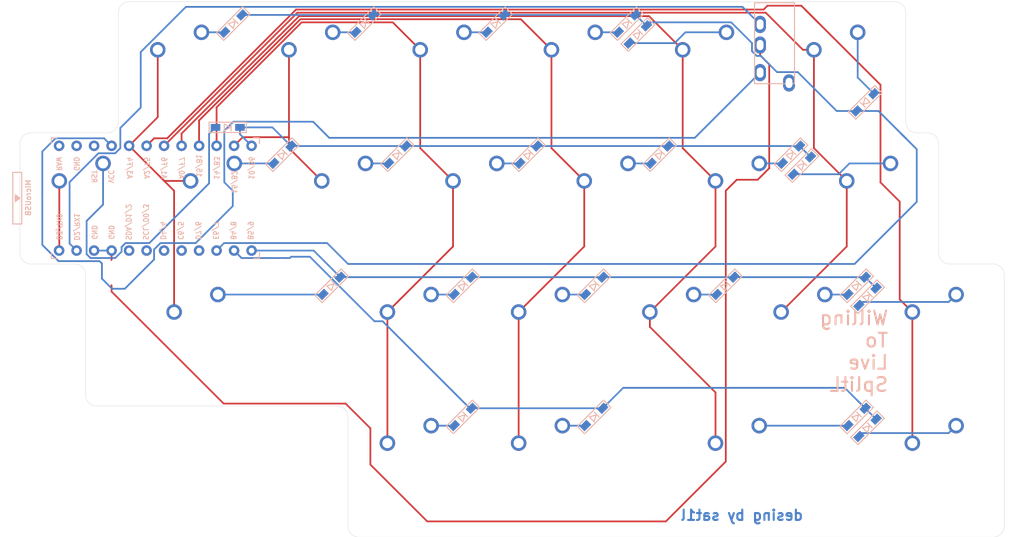
<source format=kicad_pcb>
(kicad_pcb (version 20211014) (generator pcbnew)
  (layers (0 "F.Cu" signal) (31 "B.Cu" signal) (34 "B.Paste" user) (35 "F.Paste" user) (36 "B.SilkS" user "B.Silkscreen") (37 "F.SilkS" user "F.Silkscreen") (38 "B.Mask" user) (39 "F.Mask" user) (44 "Edge.Cuts" user))
  (net 0 "")
  (net 1 "Net-(D1-Pad2)")
  (net 2 "row1")
  (net 3 "Net-(D2-Pad2)")
  (net 4 "Net-(D3-Pad2)")
  (net 5 "Net-(D4-Pad2)")
  (net 6 "Net-(D5-Pad2)")
  (net 7 "Net-(D6-Pad2)")
  (net 8 "Net-(D7-Pad2)")
  (net 9 "row2")
  (net 10 "Net-(D8-Pad2)")
  (net 11 "Net-(D9-Pad2)")
  (net 12 "Net-(D10-Pad2)")
  (net 13 "Net-(D11-Pad2)")
  (net 14 "Net-(D12-Pad2)")
  (net 15 "Net-(D13-Pad2)")
  (net 16 "Net-(D14-Pad2)")
  (net 17 "row3")
  (net 18 "Net-(D15-Pad2)")
  (net 19 "Net-(D16-Pad2)")
  (net 20 "Net-(D17-Pad2)")
  (net 21 "Net-(D18-Pad2)")
  (net 22 "Net-(D19-Pad2)")
  (net 23 "Net-(D20-Pad2)")
  (net 24 "row4")
  (net 25 "Net-(D21-Pad2)")
  (net 26 "Net-(D22-Pad2)")
  (net 27 "Net-(D23-Pad2)")
  (net 29 "+5V")
  (net 30 "data_r")
  (net 31 "col2")
  (net 32 "col3")
  (net 33 "col4")
  (net 34 "col5")
  (net 35 "col6")
  (net 36 "col7")
  (net 37 "col1")
  (net 38 "col8")
  (net 47 "GND")
  (footprint "MX_Only:MXOnly-1U-NoLED" (layer "F.Cu") (at 97.63125 32.54375)
    (fp_text reference "MX1")
    (fp_text value "MX-NoLED")
  )
  (footprint "MX_Only:MXOnly-1U-NoLED" (layer "F.Cu") (at 116.68125 32.54375)
    (fp_text reference "MX2")
    (fp_text value "MX-NoLED")
  )
  (footprint "MX_Only:MXOnly-1U-NoLED" (layer "F.Cu") (at 135.73125 32.54375)
    (fp_text reference "MX3")
    (fp_text value "MX-NoLED")
  )
  (footprint "MX_Only:MXOnly-1U-NoLED" (layer "F.Cu") (at 154.78125 32.54375)
    (fp_text reference "MX4")
    (fp_text value "MX-NoLED")
  )
  (footprint "MX_Only:MXOnly-1U-NoLED" (layer "F.Cu") (at 173.83125 32.54375)
    (fp_text reference "MX5")
    (fp_text value "MX-NoLED")
  )
  (footprint "MX_Only:MXOnly-1U-NoLED" (layer "F.Cu") (at 192.88125 32.54375)
    (fp_text reference "MX6")
    (fp_text value "MX-NoLED")
  )
  (footprint "MX_Only:MXOnly-1U-NoLED" (layer "F.Cu") (at 83.34375 51.59375)
    (fp_text reference "MX7")
    (fp_text value "MX-NoLED")
  )
  (footprint "MX_Only:MXOnly-1U-NoLED" (layer "F.Cu") (at 102.39375 51.59375)
    (fp_text reference "MX8")
    (fp_text value "MX-NoLED")
  )
  (footprint "MX_Only:MXOnly-1U-NoLED" (layer "F.Cu") (at 121.44375 51.59375)
    (fp_text reference "MX9")
    (fp_text value "MX-NoLED")
  )
  (footprint "MX_Only:MXOnly-1U-NoLED" (layer "F.Cu") (at 140.49375 51.59375)
    (fp_text reference "MX10")
    (fp_text value "MX-NoLED")
  )
  (footprint "MX_Only:MXOnly-1U-NoLED" (layer "F.Cu") (at 159.54375 51.59375)
    (fp_text reference "MX11")
    (fp_text value "MX-NoLED")
  )
  (footprint "MX_Only:MXOnly-1U-NoLED" (layer "F.Cu") (at 178.59375 51.59375)
    (fp_text reference "MX12")
    (fp_text value "MX-NoLED")
  )
  (footprint "MX_Only:MXOnly-1U-NoLED" (layer "F.Cu") (at 197.64375 51.59375)
    (fp_text reference "MX13")
    (fp_text value "MX-NoLED")
  )
  (footprint "MX_Only:MXOnly-2.25U-ReversedStabilizers-NoLED" (layer "F.Cu") (at 100.0125 70.64375)
    (fp_text reference "MX14")
    (fp_text value "MX-NoLED")
  )
  (footprint "MX_Only:MXOnly-1U-NoLED" (layer "F.Cu") (at 130.96875 70.64375)
    (fp_text reference "MX15")
    (fp_text value "MX-NoLED")
  )
  (footprint "MX_Only:MXOnly-1U-NoLED" (layer "F.Cu") (at 150.01875 70.64375)
    (fp_text reference "MX16")
    (fp_text value "MX-NoLED")
  )
  (footprint "MX_Only:MXOnly-1U-NoLED" (layer "F.Cu") (at 169.06875 70.64375)
    (fp_text reference "MX17")
    (fp_text value "MX-NoLED")
  )
  (footprint "MX_Only:MXOnly-1U-NoLED" (layer "F.Cu") (at 188.11875 70.64375)
    (fp_text reference "MX18")
    (fp_text value "MX-NoLED")
  )
  (footprint "MX_Only:MXOnly-1U-NoLED" (layer "F.Cu") (at 207.16875 70.64375)
    (fp_text reference "MX19")
    (fp_text value "MX-NoLED")
  )
  (footprint "MX_Only:MXOnly-1U-NoLED" (layer "F.Cu") (at 150.01875 89.69375)
    (fp_text reference "MX21")
    (fp_text value "MX-NoLED")
  )
  (footprint "MX_Only:MXOnly-2U-ReversedStabilizers-NoLED" (layer "F.Cu") (at 178.59375 89.69375)
    (fp_text reference "MX22")
    (fp_text value "MX-NoLED")
  )
  (footprint "MX_Only:MXOnly-1U-NoLED" (layer "F.Cu") (at 207.16875 89.69375)
    (fp_text reference "MX23")
    (fp_text value "MX-NoLED")
  )
  (footprint "MX_Only:MXOnly-1U-NoLED" (layer "F.Cu") (at 130.96875 89.69375)
    (fp_text reference "MX20")
    (fp_text value "MX-NoLED")
  )
  (footprint "kicadPepe:ToolingHole" (layer "F.Cu") (at 75.40625 43.65625)
    (fp_text reference "REF**")
    (fp_text value "ToolingHole")
  )
  (footprint "kicadPepe:ToolingHole" (layer "F.Cu") (at 215.10625 99.21875)
    (fp_text reference "REF**")
    (fp_text value "ToolingHole")
  )
  (footprint "kicadPepe:ToolingHole" (layer "F.Cu") (at 200.81875 29.36875)
    (fp_text reference "REF**")
    (fp_text value "ToolingHole")
  )
  (footprint "kbd:D3_SMD_v2" (layer "B.Cu") (at 104.775 26.19375 -135)
    (fp_text reference "D1" hide)
    (fp_text value "D_Small" hide)
  )
  (footprint "kbd:D3_SMD_v2" (layer "B.Cu") (at 123.825 26.19375 -135)
    (fp_text reference "D2" hide)
    (fp_text value "D_Small" hide)
  )
  (footprint "kbd:D3_SMD_v2" (layer "B.Cu") (at 161.925 26.19375 -135)
    (fp_text reference "D4" hide)
    (fp_text value "D_Small" hide)
  )
  (footprint "kbd:D3_SMD_v2" (layer "B.Cu") (at 163.5125 27.78125 -135)
    (fp_text reference "D5" hide)
    (fp_text value "D_Small" hide)
  )
  (footprint "kbd:D3_SMD_v2" (layer "B.Cu") (at 196.517615 37.638635 45)
    (fp_text reference "D6" hide)
    (fp_text value "D_Small" hide)
  )
  (footprint "kbd:D3_SMD_v2" (layer "B.Cu") (at 103.98125 41.275 180)
    (fp_text reference "D7" hide)
    (fp_text value "D_Small" hide)
  )
  (footprint "kbd:D3_SMD_v2" (layer "B.Cu") (at 111.91875 45.24375 -135)
    (fp_text reference "D8" hide)
    (fp_text value "D_Small" hide)
  )
  (footprint "kbd:D3_SMD_v2" (layer "B.Cu") (at 128.5875 45.24375 -135)
    (fp_text reference "D9" hide)
    (fp_text value "D_Small" hide)
  )
  (footprint "kbd:D3_SMD_v2" (layer "B.Cu") (at 147.6375 45.24375 -135)
    (fp_text reference "D10" hide)
    (fp_text value "D_Small" hide)
  )
  (footprint "kbd:D3_SMD_v2" (layer "B.Cu") (at 166.6875 45.24375 -135)
    (fp_text reference "D11" hide)
    (fp_text value "D_Small" hide)
  )
  (footprint "kbd:D3_SMD_v2" (layer "B.Cu") (at 185.7375 45.24375 -135)
    (fp_text reference "D12" hide)
    (fp_text value "D_Small" hide)
  )
  (footprint "kbd:D3_SMD_v2" (layer "B.Cu") (at 119.0625 64.29375 -135)
    (fp_text reference "D14" hide)
    (fp_text value "D_Small" hide)
  )
  (footprint "kbd:D3_SMD_v2" (layer "B.Cu") (at 138.1125 64.29375 -135)
    (fp_text reference "D15" hide)
    (fp_text value "D_Small" hide)
  )
  (footprint "kbd:D3_SMD_v2" (layer "B.Cu") (at 157.1625 64.29375 -135)
    (fp_text reference "D16" hide)
    (fp_text value "D_Small" hide)
  )
  (footprint "kbd:D3_SMD_v2" (layer "B.Cu") (at 176.2125 64.29375 -135)
    (fp_text reference "D17" hide)
    (fp_text value "D_Small" hide)
  )
  (footprint "kbd:D3_SMD_v2" (layer "B.Cu") (at 195.2625 64.29375 -135)
    (fp_text reference "D18" hide)
    (fp_text value "D_Small" hide)
  )
  (footprint "kbd:D3_SMD_v2" (layer "B.Cu") (at 196.85 65.88125 -135)
    (fp_text reference "D19" hide)
    (fp_text value "D_Small" hide)
  )
  (footprint "kbd:D3_SMD_v2" (layer "B.Cu") (at 138.1125 83.34375 -135)
    (fp_text reference "D20" hide)
    (fp_text value "D_Small" hide)
  )
  (footprint "kbd:D3_SMD_v2" (layer "B.Cu") (at 157.1625 83.34375 -135)
    (fp_text reference "D21" hide)
    (fp_text value "D_Small" hide)
  )
  (footprint "kbd:D3_SMD_v2" (layer "B.Cu") (at 195.2625 83.34375 -135)
    (fp_text reference "D22" hide)
    (fp_text value "D_Small" hide)
  )
  (footprint "kbd:D3_SMD_v2" (layer "B.Cu") (at 196.85 84.93125 -135)
    (fp_text reference "D23" hide)
    (fp_text value "D_Small" hide)
  )
  (footprint "kbd:ProMicro_v3" (layer "B.Cu") (at 93.98 51.562 -90)
    (fp_text reference "U1" hide)
    (fp_text value "ProMicro" hide)
  )
  (footprint "kbd:MJ-4PP-9_1side" (layer "B.Cu") (at 183.35625 23.01875 180)
    (fp_text reference "J1" hide)
    (fp_text value "MJ-4PP-9" hide)
  )
  (footprint "kbd:D3_SMD_v2" (layer "B.Cu") (at 142.875 26.19375 -135)
    (fp_text reference "D3" hide)
    (fp_text value "D_Small" hide)
  )
  (footprint "kbd:D3_SMD_v2" (layer "B.Cu") (at 187.325 46.83125 -135)
    (fp_text reference "D13" hide)
    (fp_text value "D_Small" hide)
  )
  (gr_line (start 200.81875 23.01875) (end 89.69375 23.01875) (layer "Edge.Cuts") (width 0.05))
  (gr_line (start 202.40625 24.60625) (end 202.40625 40.48125) (layer "Edge.Cuts") (width 0.05))
  (gr_line (start 88.10625 24.60625) (end 88.10625 40.48125) (layer "Edge.Cuts") (width 0.05))
  (gr_line (start 86.51875 42.06875) (end 75.40625 42.06875) (layer "Edge.Cuts") (width 0.05))
  (gr_line (start 73.81875 43.65625) (end 73.81875 59.53125) (layer "Edge.Cuts") (width 0.05))
  (gr_line (start 75.40625 61.11875) (end 81.75625 61.11875) (layer "Edge.Cuts") (width 0.05))
  (gr_line (start 83.34375 62.70625) (end 83.34375 78.58125) (layer "Edge.Cuts") (width 0.05))
  (gr_line (start 83.34375 78.58125) (end 83.34375 80.16875) (layer "Edge.Cuts") (width 0.05))
  (gr_line (start 84.93125 81.75625) (end 119.85625 81.75625) (layer "Edge.Cuts") (width 0.05))
  (gr_line (start 121.44375 83.34375) (end 121.44375 97.63125) (layer "Edge.Cuts") (width 0.05))
  (gr_line (start 123.03125 100.80625) (end 215.10625 100.80625) (layer "Edge.Cuts") (width 0.05))
  (gr_line (start 216.69375 99.21875) (end 216.69375 62.70625) (layer "Edge.Cuts") (width 0.05))
  (gr_line (start 121.44375 97.63125) (end 121.44375 99.21875) (layer "Edge.Cuts") (width 0.05))
  (gr_line (start 208.75625 61.11875) (end 215.10625 61.11875) (layer "Edge.Cuts") (width 0.05))
  (gr_line (start 207.16875 59.53125) (end 207.16875 43.65625) (layer "Edge.Cuts") (width 0.05))
  (gr_line (start 205.58125 42.06875) (end 203.99375 42.06875) (layer "Edge.Cuts") (width 0.05))
  (gr_arc (start 84.93125 81.75625) (mid 83.808718 81.291282) (end 83.34375 80.16875) (layer "Edge.Cuts") (width 0.05))
  (gr_arc (start 215.10625 61.11875) (mid 216.228782 61.583718) (end 216.69375 62.70625) (layer "Edge.Cuts") (width 0.05))
  (gr_arc (start 88.10625 24.60625) (mid 88.571218 23.483718) (end 89.69375 23.01875) (layer "Edge.Cuts") (width 0.05))
  (gr_arc (start 208.75625 61.11875) (mid 207.633718 60.653782) (end 207.16875 59.53125) (layer "Edge.Cuts") (width 0.05))
  (gr_arc (start 203.99375 42.06875) (mid 202.871218 41.603782) (end 202.40625 40.48125) (layer "Edge.Cuts") (width 0.05))
  (gr_arc (start 81.75625 61.11875) (mid 82.878782 61.583718) (end 83.34375 62.70625) (layer "Edge.Cuts") (width 0.05))
  (gr_arc (start 216.69375 99.21875) (mid 216.228782 100.341282) (end 215.10625 100.80625) (layer "Edge.Cuts") (width 0.05))
  (gr_arc (start 73.81875 43.65625) (mid 74.283718 42.533718) (end 75.40625 42.06875) (layer "Edge.Cuts") (width 0.05))
  (gr_arc (start 200.81875 23.01875) (mid 201.941282 23.483718) (end 202.40625 24.60625) (layer "Edge.Cuts") (width 0.05))
  (gr_arc (start 119.85625 81.75625) (mid 120.978782 82.221218) (end 121.44375 83.34375) (layer "Edge.Cuts") (width 0.05))
  (gr_arc (start 205.58125 42.06875) (mid 206.703782 42.533718) (end 207.16875 43.65625) (layer "Edge.Cuts") (width 0.05))
  (gr_arc (start 88.10625 40.48125) (mid 87.641282 41.603782) (end 86.51875 42.06875) (layer "Edge.Cuts") (width 0.05))
  (gr_arc (start 75.40625 61.11875) (mid 74.283718 60.653782) (end 73.81875 59.53125) (layer "Edge.Cuts") (width 0.05))
  (gr_arc (start 123.03125 100.80625) (mid 121.908718 100.341282) (end 121.44375 99.21875) (layer "Edge.Cuts") (width 0.05))
  (gr_text "desing by sat1l" (at 178.59375 97.63125) (layer "B.Cu") (effects (font (size 1.5 1.5) (thickness 0.3)) (justify mirror)))
  (gr_text "Willing\nTo\nLive\nSplitL" (at 200.025 73.81875) (layer "B.SilkS") (effects (font (size 2 2) (thickness 0.3)) (justify left mirror)))
  (segment (start 100.17125 27.46375) (end 103.505 27.46375) (width 0.25) (layer "B.Cu") (net 1))
  (segment (start 103.505 27.46375) (end 103.519885 27.448865) (width 0.25) (layer "B.Cu") (net 1))
  (segment (start 186.725238 33.24374) (end 192.375248 38.89375) (width 0.25) (layer "B.Cu") (net 2))
  (segment (start 121.44375 61.11875) (end 194.974752 61.11875) (width 0.25) (layer "B.Cu") (net 2))
  (segment (start 192.375248 38.89375) (end 195.2625 38.89375) (width 0.25) (layer "B.Cu") (net 2))
  (segment (start 202.40625 42.8625) (end 201.719751 42.176001) (width 0.25) (layer "B.Cu") (net 2))
  (segment (start 181.362258 30.89376) (end 183.712238 33.24374) (width 0.25) (layer "B.Cu") (net 2))
  (segment (start 203.99375 44.45) (end 198.4375 38.89375) (width 0.25) (layer "B.Cu") (net 2))
  (segment (start 183.712238 33.24374) (end 186.725238 33.24374) (width 0.25) (layer "B.Cu") (net 2))
  (segment (start 163.180115 24.938635) (end 164.767615 26.526135) (width 0.25) (layer "B.Cu") (net 2))
  (segment (start 164.767615 26.526135) (end 165.280001 26.013749) (width 0.25) (layer "B.Cu") (net 2))
  (segment (start 180.08124 29.027738) (end 180.08124 30.205455) (width 0.25) (layer "B.Cu") (net 2))
  (segment (start 194.974752 61.11875) (end 203.99375 52.099752) (width 0.25) (layer "B.Cu") (net 2))
  (segment (start 118.411399 58.086399) (end 121.44375 61.11875) (width 0.25) (layer "B.Cu") (net 2))
  (segment (start 180.08124 30.205455) (end 180.769545 30.89376) (width 0.25) (layer "B.Cu") (net 2))
  (segment (start 180.769545 30.89376) (end 181.362258 30.89376) (width 0.25) (layer "B.Cu") (net 2))
  (segment (start 165.280001 26.013749) (end 177.067251 26.013749) (width 0.25) (layer "B.Cu") (net 2))
  (segment (start 103.449001 58.086399) (end 118.411399 58.086399) (width 0.25) (layer "B.Cu") (net 2))
  (segment (start 102.362 59.1734) (end 103.449001 58.086399) (width 0.25) (layer "B.Cu") (net 2))
  (segment (start 195.2625 38.89375) (end 198.4375 38.89375) (width 0.25) (layer "B.Cu") (net 2))
  (segment (start 163.180115 24.938635) (end 106.030115 24.938635) (width 0.25) (layer "B.Cu") (net 2))
  (segment (start 203.99375 52.099752) (end 203.99375 44.45) (width 0.25) (layer "B.Cu") (net 2))
  (segment (start 177.067251 26.013749) (end 180.08124 29.027738) (width 0.25) (layer "B.Cu") (net 2))
  (segment (start 119.22125 27.46375) (end 122.555 27.46375) (width 0.25) (layer "B.Cu") (net 3))
  (segment (start 122.555 27.46375) (end 122.569885 27.448865) (width 0.25) (layer "B.Cu") (net 3))
  (segment (start 138.27125 27.46375) (end 141.605 27.46375) (width 0.25) (layer "B.Cu") (net 4))
  (segment (start 141.605 27.46375) (end 141.619885 27.448865) (width 0.25) (layer "B.Cu") (net 4))
  (segment (start 157.32125 27.46375) (end 160.655 27.46375) (width 0.25) (layer "B.Cu") (net 5))
  (segment (start 160.655 27.46375) (end 160.669885 27.448865) (width 0.25) (layer "B.Cu") (net 5))
  (segment (start 168.842633 29.036365) (end 170.415248 27.46375) (width 0.25) (layer "B.Cu") (net 6))
  (segment (start 170.415248 27.46375) (end 176.37125 27.46375) (width 0.25) (layer "B.Cu") (net 6))
  (segment (start 162.257385 29.036365) (end 168.842633 29.036365) (width 0.25) (layer "B.Cu") (net 6))
  (segment (start 197.77273 36.38352) (end 195.42125 34.03204) (width 0.25) (layer "B.Cu") (net 7))
  (segment (start 195.42125 34.03204) (end 195.42125 27.46375) (width 0.25) (layer "B.Cu") (net 7))
  (segment (start 83.494999 59.695161) (end 84.060239 60.260401) (width 0.25) (layer "B.Cu") (net 8))
  (segment (start 89.140239 58.086399) (end 92.597103 58.086399) (width 0.25) (layer "B.Cu") (net 8))
  (segment (start 88.574999 59.329163) (end 88.574999 58.651639) (width 0.25) (layer "B.Cu") (net 8))
  (segment (start 85.88375 52.485724) (end 83.494999 54.874475) (width 0.25) (layer "B.Cu") (net 8))
  (segment (start 88.574999 58.651639) (end 89.140239 58.086399) (width 0.25) (layer "B.Cu") (net 8))
  (segment (start 83.494999 54.874475) (end 83.494999 59.695161) (width 0.25) (layer "B.Cu") (net 8))
  (segment (start 92.597103 58.086399) (end 101.274999 49.408503) (width 0.25) (layer "B.Cu") (net 8))
  (segment (start 84.060239 60.260401) (end 87.643761 60.260401) (width 0.25) (layer "B.Cu") (net 8))
  (segment (start 101.274999 49.408503) (end 101.274999 42.206251) (width 0.25) (layer "B.Cu") (net 8))
  (segment (start 87.643761 60.260401) (end 88.574999 59.329163) (width 0.25) (layer "B.Cu") (net 8))
  (segment (start 101.274999 42.206251) (end 102.20625 41.275) (width 0.25) (layer "B.Cu") (net 8))
  (segment (start 85.88375 46.51375) (end 85.88375 52.485724) (width 0.25) (layer "B.Cu") (net 8))
  (segment (start 110.46023 41.275) (end 113.173865 43.988635) (width 0.25) (layer "B.Cu") (net 9))
  (segment (start 186.992615 43.988635) (end 113.173865 43.988635) (width 0.25) (layer "B.Cu") (net 9))
  (segment (start 105.75625 41.275) (end 110.46023 41.275) (width 0.25) (layer "B.Cu") (net 9))
  (segment (start 107.442 43.9534) (end 105.75625 42.26765) (width 0.25) (layer "B.Cu") (net 9))
  (segment (start 105.75625 42.26765) (end 105.75625 41.275) (width 0.25) (layer "B.Cu") (net 9))
  (segment (start 186.992615 43.988635) (end 188.580115 45.576135) (width 0.25) (layer "B.Cu") (net 9))
  (segment (start 104.93375 46.51375) (end 110.64875 46.51375) (width 0.25) (layer "B.Cu") (net 10))
  (segment (start 110.64875 46.51375) (end 110.663635 46.498865) (width 0.25) (layer "B.Cu") (net 10))
  (segment (start 123.98375 46.51375) (end 127.3175 46.51375) (width 0.25) (layer "B.Cu") (net 11))
  (segment (start 127.3175 46.51375) (end 127.332385 46.498865) (width 0.25) (layer "B.Cu") (net 11))
  (segment (start 143.03375 46.51375) (end 146.3675 46.51375) (width 0.25) (layer "B.Cu") (net 12))
  (segment (start 146.3675 46.51375) (end 146.382385 46.498865) (width 0.25) (layer "B.Cu") (net 12))
  (segment (start 165.4175 46.51375) (end 165.432385 46.498865) (width 0.25) (layer "B.Cu") (net 13))
  (segment (start 162.08375 46.51375) (end 165.4175 46.51375) (width 0.25) (layer "B.Cu") (net 13))
  (segment (start 184.4675 46.51375) (end 184.482385 46.498865) (width 0.25) (layer "B.Cu") (net 14))
  (segment (start 181.13375 46.51375) (end 184.4675 46.51375) (width 0.25) (layer "B.Cu") (net 14))
  (segment (start 186.069885 48.086365) (end 192.655133 48.086365) (width 0.25) (layer "B.Cu") (net 15))
  (segment (start 194.227748 46.51375) (end 200.18375 46.51375) (width 0.25) (layer "B.Cu") (net 15))
  (segment (start 192.655133 48.086365) (end 194.227748 46.51375) (width 0.25) (layer "B.Cu") (net 15))
  (segment (start 117.7925 65.56375) (end 117.807385 65.548865) (width 0.25) (layer "B.Cu") (net 16))
  (segment (start 102.5525 65.56375) (end 117.7925 65.56375) (width 0.25) (layer "B.Cu") (net 16))
  (segment (start 196.517615 63.038635) (end 198.105115 64.626135) (width 0.25) (layer "B.Cu") (net 17))
  (segment (start 120.317615 63.038635) (end 119.566386 63.038635) (width 0.25) (layer "B.Cu") (net 17))
  (segment (start 120.317615 63.038635) (end 116.45238 59.1734) (width 0.25) (layer "B.Cu") (net 17))
  (segment (start 116.45238 59.1734) (end 107.442 59.1734) (width 0.25) (layer "B.Cu") (net 17))
  (segment (start 120.317615 63.038635) (end 196.517615 63.038635) (width 0.25) (layer "B.Cu") (net 17))
  (segment (start 133.50875 65.56375) (end 136.8425 65.56375) (width 0.25) (layer "B.Cu") (net 18))
  (segment (start 136.8425 65.56375) (end 136.857385 65.548865) (width 0.25) (layer "B.Cu") (net 18))
  (segment (start 155.8925 65.56375) (end 155.907385 65.548865) (width 0.25) (layer "B.Cu") (net 19))
  (segment (start 152.55875 65.56375) (end 155.8925 65.56375) (width 0.25) (layer "B.Cu") (net 19))
  (segment (start 171.60875 65.56375) (end 174.9425 65.56375) (width 0.25) (layer "B.Cu") (net 20))
  (segment (start 174.9425 65.56375) (end 174.957385 65.548865) (width 0.25) (layer "B.Cu") (net 20))
  (segment (start 190.65875 65.56375) (end 193.9925 65.56375) (width 0.25) (layer "B.Cu") (net 21))
  (segment (start 193.9925 65.56375) (end 194.007385 65.548865) (width 0.25) (layer "B.Cu") (net 21))
  (segment (start 208.631109 66.641391) (end 209.70875 65.56375) (width 0.25) (layer "B.Cu") (net 22))
  (segment (start 195.594885 67.136365) (end 196.089859 66.641391) (width 0.25) (layer "B.Cu") (net 22))
  (segment (start 196.089859 66.641391) (end 208.631109 66.641391) (width 0.25) (layer "B.Cu") (net 22))
  (segment (start 136.8425 84.61375) (end 136.857385 84.598865) (width 0.25) (layer "B.Cu") (net 23))
  (segment (start 133.50875 84.61375) (end 136.8425 84.61375) (width 0.25) (layer "B.Cu") (net 23))
  (segment (start 196.517615 82.088635) (end 198.105115 83.676135) (width 0.25) (layer "B.Cu") (net 24))
  (segment (start 125.273145 69.443749) (end 126.464751 69.443749) (width 0.25) (layer "B.Cu") (net 24))
  (segment (start 104.902 59.1734) (end 105.989001 60.260401) (width 0.25) (layer "B.Cu") (net 24))
  (segment (start 196.12074 81.69176) (end 196.517615 82.088635) (width 0.25) (layer "B.Cu") (net 24))
  (segment (start 158.417615 82.088635) (end 161.386401 79.119849) (width 0.25) (layer "B.Cu") (net 24))
  (segment (start 113.186927 60.069849) (end 115.899245 60.069849) (width 0.25) (layer "B.Cu") (net 24))
  (segment (start 139.367615 82.088635) (end 158.417615 82.088635) (width 0.25) (layer "B.Cu") (net 24))
  (segment (start 112.996375 60.260401) (end 113.186927 60.069849) (width 0.25) (layer "B.Cu") (net 24))
  (segment (start 126.464751 69.443749) (end 139.109637 82.088635) (width 0.25) (layer "B.Cu") (net 24))
  (segment (start 193.548829 79.119849) (end 196.12074 81.69176) (width 0.25) (layer "B.Cu") (net 24))
  (segment (start 195.288729 80.859749) (end 196.12074 81.69176) (width 0.25) (layer "B.Cu") (net 24))
  (segment (start 161.386401 79.119849) (end 193.548829 79.119849) (width 0.25) (layer "B.Cu") (net 24))
  (segment (start 115.899245 60.069849) (end 125.273145 69.443749) (width 0.25) (layer "B.Cu") (net 24))
  (segment (start 139.109637 82.088635) (end 139.367615 82.088635) (width 0.25) (layer "B.Cu") (net 24))
  (segment (start 105.989001 60.260401) (end 112.996375 60.260401) (width 0.25) (layer "B.Cu") (net 24))
  (segment (start 155.8925 84.61375) (end 155.907385 84.598865) (width 0.25) (layer "B.Cu") (net 25))
  (segment (start 152.55875 84.61375) (end 155.8925 84.61375) (width 0.25) (layer "B.Cu") (net 25))
  (segment (start 193.9925 84.61375) (end 194.007385 84.598865) (width 0.25) (layer "B.Cu") (net 26))
  (segment (start 181.13375 84.61375) (end 193.9925 84.61375) (width 0.25) (layer "B.Cu") (net 26))
  (segment (start 208.631109 85.691391) (end 209.70875 84.61375) (width 0.25) (layer "B.Cu") (net 27))
  (segment (start 196.089859 85.691391) (end 208.631109 85.691391) (width 0.25) (layer "B.Cu") (net 27))
  (segment (start 195.594885 86.186365) (end 196.089859 85.691391) (width 0.25) (layer "B.Cu") (net 27))
  (segment (start 77.063749 58.343911) (end 79.430248 60.71041) (width 0.25) (layer "B.Cu") (net 29))
  (segment (start 86.034999 42.866399) (end 78.980239 42.866399) (width 0.25) (layer "B.Cu") (net 29))
  (segment (start 104.712651 52.706823) (end 104.712651 50.480677) (width 0.25) (layer "B.Cu") (net 29))
  (segment (start 85.72 61.053224) (end 85.72 63.25) (width 0.25) (layer "B.Cu") (net 29))
  (segment (start 171.781249 42.793751) (end 181.25625 33.31875) (width 0.25) (layer "B.Cu") (net 29))
  (segment (start 104.796249 40.449999) (end 116.370747 40.449999) (width 0.25) (layer "B.Cu") (net 29))
  (segment (start 78.980239 42.866399) (end 77.063749 44.782889) (width 0.25) (layer "B.Cu") (net 29))
  (segment (start 85.72 63.25) (end 87.19 64.72) (width 0.25) (layer "B.Cu") (net 29))
  (segment (start 104.712651 50.480677) (end 103.483749 49.251775) (width 0.25) (layer "B.Cu") (net 29))
  (segment (start 87.122 43.9534) (end 86.034999 42.866399) (width 0.25) (layer "B.Cu") (net 29))
  (segment (start 79.430248 60.71041) (end 85.377186 60.71041) (width 0.25) (layer "B.Cu") (net 29))
  (segment (start 103.483749 41.762499) (end 104.796249 40.449999) (width 0.25) (layer "B.Cu") (net 29))
  (segment (start 118.714499 42.793751) (end 171.781249 42.793751) (width 0.25) (layer "B.Cu") (net 29))
  (segment (start 94.220239 58.086399) (end 99.333075 58.086399) (width 0.25) (layer "B.Cu") (net 29))
  (segment (start 99.333075 58.086399) (end 104.712651 52.706823) (width 0.25) (layer "B.Cu") (net 29))
  (segment (start 116.370747 40.449999) (end 118.714499 42.793751) (width 0.25) (layer "B.Cu") (net 29))
  (segment (start 93.289001 60.470999) (end 93.289001 59.017637) (width 0.25) (layer "B.Cu") (net 29))
  (segment (start 103.483749 49.251775) (end 103.483749 41.762499) (width 0.25) (layer "B.Cu") (net 29))
  (segment (start 93.289001 59.017637) (end 94.220239 58.086399) (width 0.25) (layer "B.Cu") (net 29))
  (segment (start 77.063749 44.782889) (end 77.063749 58.343911) (width 0.25) (layer "B.Cu") (net 29))
  (segment (start 85.377186 60.71041) (end 85.72 61.053224) (width 0.25) (layer "B.Cu") (net 29))
  (segment (start 87.19 64.72) (end 89.04 64.72) (width 0.25) (layer "B.Cu") (net 29))
  (segment (start 89.04 64.72) (end 93.289001 60.470999) (width 0.25) (layer "B.Cu") (net 29))
  (segment (start 91.351249 30.327749) (end 97.913901 23.765097) (width 0.25) (layer "B.Cu") (net 30))
  (segment (start 81.024849 49.226649) (end 85.211097 45.040401) (width 0.25) (layer "B.Cu") (net 30))
  (segment (start 91.351249 38.396153) (end 91.351249 30.327749) (width 0.25) (layer "B.Cu") (net 30))
  (segment (start 85.211097 45.040401) (end 87.643761 45.040401) (width 0.25) (layer "B.Cu") (net 30))
  (segment (start 88.392212 41.35519) (end 91.351249 38.396153) (width 0.25) (layer "B.Cu") (net 30))
  (segment (start 97.913901 23.765097) (end 178.702597 23.765097) (width 0.25) (layer "B.Cu") (net 30))
  (segment (start 81.024849 58.156249) (end 81.024849 49.226649) (width 0.25) (layer "B.Cu") (net 30))
  (segment (start 87.643761 45.040401) (end 88.392212 44.29195) (width 0.25) (layer "B.Cu") (net 30))
  (segment (start 82.042 59.1734) (end 81.024849 58.156249) (width 0.25) (layer "B.Cu") (net 30))
  (segment (start 178.702597 23.765097) (end 181.25625 26.31875) (width 0.25) (layer "B.Cu") (net 30))
  (segment (start 88.392212 44.29195) (end 88.392212 41.35519) (width 0.25) (layer "B.Cu") (net 30))
  (segment (start 94.1943 48.4857) (end 94.76235 49.05375) (width 0.25) (layer "F.Cu") (net 31))
  (segment (start 93.82125 39.79415) (end 89.662 43.9534) (width 0.25) (layer "F.Cu") (net 31))
  (segment (start 96.2025 68.10375) (end 96.195489 68.096739) (width 0.25) (layer "F.Cu") (net 31))
  (segment (start 96.195489 68.096739) (end 96.195489 50.486889) (width 0.25) (layer "F.Cu") (net 31))
  (segment (start 93.82125 38.883888) (end 93.82125 39.79415) (width 0.25) (layer "F.Cu") (net 31))
  (segment (start 89.662 43.9534) (end 94.1943 48.4857) (width 0.25) (layer "F.Cu") (net 31))
  (segment (start 96.195489 50.486889) (end 94.1943 48.4857) (width 0.25) (layer "F.Cu") (net 31))
  (segment (start 94.76235 49.05375) (end 98.58375 49.05375) (width 0.25) (layer "F.Cu") (net 31))
  (segment (start 93.82125 30.00375) (end 93.82125 38.883888) (width 0.25) (layer "F.Cu") (net 31))
  (segment (start 112.87125 30.00375) (end 112.87125 42.70375) (width 0.25) (layer "F.Cu") (net 32))
  (segment (start 104.902 43.9534) (end 106.15165 42.70375) (width 0.25) (layer "F.Cu") (net 32))
  (segment (start 112.87125 44.29125) (end 117.63375 49.05375) (width 0.25) (layer "F.Cu") (net 32))
  (segment (start 106.15165 42.70375) (end 112.87125 42.70375) (width 0.25) (layer "F.Cu") (net 32))
  (segment (start 112.87125 42.70375) (end 112.87125 44.29125) (width 0.25) (layer "F.Cu") (net 32))
  (segment (start 136.68375 58.57875) (end 127.15875 68.10375) (width 0.25) (layer "F.Cu") (net 33))
  (segment (start 136.68375 49.05375) (end 136.68375 58.57875) (width 0.25) (layer "F.Cu") (net 33))
  (segment (start 102.362 38.366998) (end 114.715249 26.013749) (width 0.25) (layer "F.Cu") (net 33))
  (segment (start 114.715249 26.013749) (end 127.931249 26.013749) (width 0.25) (layer "F.Cu") (net 33))
  (segment (start 127.15875 68.10375) (end 127.15875 87.15375) (width 0.25) (layer "F.Cu") (net 33))
  (segment (start 127.931249 26.013749) (end 131.92125 30.00375) (width 0.25) (layer "F.Cu") (net 33))
  (segment (start 131.92125 44.29125) (end 136.68375 49.05375) (width 0.25) (layer "F.Cu") (net 33))
  (segment (start 131.92125 30.00375) (end 131.92125 44.29125) (width 0.25) (layer "F.Cu") (net 33))
  (segment (start 102.362 43.9534) (end 102.362 38.366998) (width 0.25) (layer "F.Cu") (net 33))
  (segment (start 146.531239 25.563739) (end 150.97125 30.00375) (width 0.25) (layer "F.Cu") (net 34))
  (segment (start 150.97125 30.00375) (end 150.97125 44.29125) (width 0.25) (layer "F.Cu") (net 34))
  (segment (start 146.20875 68.10375) (end 146.20875 87.15375) (width 0.25) (layer "F.Cu") (net 34))
  (segment (start 99.822 43.9534) (end 99.822 40.270588) (width 0.25) (layer "F.Cu") (net 34))
  (segment (start 155.73375 58.57875) (end 146.20875 68.10375) (width 0.25) (layer "F.Cu") (net 34))
  (segment (start 155.73375 49.05375) (end 155.73375 58.57875) (width 0.25) (layer "F.Cu") (net 34))
  (segment (start 114.528849 25.563739) (end 146.531239 25.563739) (width 0.25) (layer "F.Cu") (net 34))
  (segment (start 99.822 40.270588) (end 114.528849 25.563739) (width 0.25) (layer "F.Cu") (net 34))
  (segment (start 150.97125 44.29125) (end 155.73375 49.05375) (width 0.25) (layer "F.Cu") (net 34))
  (segment (start 174.78375 49.05375) (end 174.78375 58.57875) (width 0.25) (layer "F.Cu") (net 35))
  (segment (start 97.282 43.9534) (end 97.282 42.174178) (width 0.25) (layer "F.Cu") (net 35))
  (segment (start 165.25875 68.10375) (end 165.25875 70.265724) (width 0.25) (layer "F.Cu") (net 35))
  (segment (start 165.25875 70.265724) (end 174.78375 79.790724) (width 0.25) (layer "F.Cu") (net 35))
  (segment (start 170.02125 44.29125) (end 174.78375 49.05375) (width 0.25) (layer "F.Cu") (net 35))
  (segment (start 97.282 42.174178) (end 114.342449 25.113729) (width 0.25) (layer "F.Cu") (net 35))
  (segment (start 174.78375 79.790724) (end 174.78375 87.15375) (width 0.25) (layer "F.Cu") (net 35))
  (segment (start 170.02125 30.00375) (end 170.02125 44.29125) (width 0.25) (layer "F.Cu") (net 35))
  (segment (start 114.342449 25.113729) (end 165.131229 25.113729) (width 0.25) (layer "F.Cu") (net 35))
  (segment (start 165.131229 25.113729) (end 170.02125 30.00375) (width 0.25) (layer "F.Cu") (net 35))
  (segment (start 174.78375 58.57875) (end 165.25875 68.10375) (width 0.25) (layer "F.Cu") (net 35))
  (segment (start 193.83375 58.57875) (end 184.30875 68.10375) (width 0.25) (layer "F.Cu") (net 36))
  (segment (start 187.472248 30.00375) (end 189.07125 30.00375) (width 0.25) (layer "F.Cu") (net 36))
  (segment (start 182.074748 24.60625) (end 187.472248 30.00375) (width 0.25) (layer "F.Cu") (net 36))
  (segment (start 189.07125 44.29125) (end 193.83375 49.05375) (width 0.25) (layer "F.Cu") (net 36))
  (segment (start 189.07125 30.00375) (end 189.07125 44.29125) (width 0.25) (layer "F.Cu") (net 36))
  (segment (start 114.08915 24.60625) (end 182.074748 24.60625) (width 0.25) (layer "F.Cu") (net 36))
  (segment (start 193.83375 49.05375) (end 193.83375 58.57875) (width 0.25) (layer "F.Cu") (net 36))
  (segment (start 94.742 43.9534) (end 114.08915 24.60625) (width 0.25) (layer "F.Cu") (net 36))
  (segment (start 79.53375 49.05375) (end 79.53375 59.14165) (width 0.25) (layer "F.Cu") (net 37))
  (segment (start 79.53375 59.14165) (end 79.502 59.1734) (width 0.25) (layer "F.Cu") (net 37))
  (segment (start 95.192591 42.866399) (end 113.90275 24.15624) (width 0.25) (layer "F.Cu") (net 38))
  (segment (start 198.733749 35.092251) (end 198.733749 49.274849) (width 0.25) (layer "F.Cu") (net 38))
  (segment (start 187.797738 24.15624) (end 189.770749 26.129251) (width 0.25) (layer "F.Cu") (net 38))
  (segment (start 182.331241 23.593749) (end 187.235247 23.593749) (width 0.25) (layer "F.Cu") (net 38))
  (segment (start 201.523749 52.064849) (end 201.523749 66.268749) (width 0.25) (layer "F.Cu") (net 38))
  (segment (start 198.733749 49.274849) (end 201.523749 52.064849) (width 0.25) (layer "F.Cu") (net 38))
  (segment (start 92.202 43.9534) (end 93.289001 42.866399) (width 0.25) (layer "F.Cu") (net 38))
  (segment (start 93.289001 42.866399) (end 95.192591 42.866399) (width 0.25) (layer "F.Cu") (net 38))
  (segment (start 113.90275 24.15624) (end 181.76875 24.15624) (width 0.25) (layer "F.Cu") (net 38))
  (segment (start 203.35875 68.10375) (end 203.35875 87.15375) (width 0.25) (layer "F.Cu") (net 38))
  (segment (start 201.523749 66.268749) (end 203.35875 68.10375) (width 0.25) (layer "F.Cu") (net 38))
  (segment (start 181.76875 24.15624) (end 182.331241 23.593749) (width 0.25) (layer "F.Cu") (net 38))
  (segment (start 187.235247 23.593749) (end 189.770749 26.129251) (width 0.25) (layer "F.Cu") (net 38))
  (segment (start 189.770749 26.129251) (end 198.733749 35.092251) (width 0.25) (layer "F.Cu") (net 38))
  (segment (start 103.390238 81.40624) (end 121.09374 81.40624) (width 0.25) (layer "F.Cu") (net 47))
  (segment (start 180.912651 48.880851) (end 182.583751 47.209751) (width 0.25) (layer "F.Cu") (net 47))
  (segment (start 177.874675 48.880851) (end 180.912651 48.880851) (width 0.25) (layer "F.Cu") (net 47))
  (segment (start 182.583751 32.115253) (end 181.25625 30.787752) (width 0.25) (layer "F.Cu") (net 47))
  (segment (start 182.583751 47.209751) (end 182.583751 32.115253) (width 0.25) (layer "F.Cu") (net 47))
  (segment (start 176.274849 89.827923) (end 176.274849 50.480677) (width 0.25) (layer "F.Cu") (net 47))
  (segment (start 124.688749 85.001249) (end 124.688749 90.269751) (width 0.25) (layer "F.Cu") (net 47))
  (segment (start 181.25625 30.787752) (end 181.25625 29.31875) (width 0.25) (layer "F.Cu") (net 47))
  (segment (start 181.76875 29.83125) (end 181.25625 29.31875) (width 0.25) (layer "F.Cu") (net 47))
  (segment (start 87.122 59.1734) (end 87.122 65.138002) (width 0.25) (layer "F.Cu") (net 47))
  (segment (start 176.274849 50.480677) (end 177.874675 48.880851) (width 0.25) (layer "F.Cu") (net 47))
  (segment (start 132.946749 98.527751) (end 167.575021 98.527751) (width 0.25) (layer "F.Cu") (net 47))
  (segment (start 124.688749 90.269751) (end 132.946749 98.527751) (width 0.25) (layer "F.Cu") (net 47))
  (segment (start 167.575021 98.527751) (end 176.274849 89.827923) (width 0.25) (layer "F.Cu") (net 47))
  (segment (start 121.09374 81.40624) (end 124.688749 85.001249) (width 0.25) (layer "F.Cu") (net 47))
  (segment (start 87.122 65.138002) (end 103.390238 81.40624) (width 0.25) (layer "F.Cu") (net 47))
  (segment (start 87.122 59.1734) (end 84.582 59.1734) (width 0.25) (layer "B.Cu") (net 47))
)
</source>
